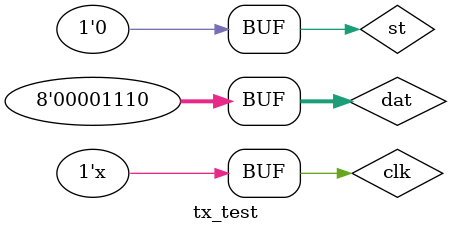
<source format=v>
`timescale 1ns / 1ps


module tx_test;

	// Inputs
	reg clk;
	reg [7:0] dat;
	reg st;

	// Outputs
	wire TXD;
	wire ce_tact;
	wire en_tx_byte;
	wire [3:0] cb_bit;
	wire T_start;
	wire T_dat;
	wire T_stop;
	wire ce_stop;
	wire [7:0] sr_dat;

	// Instantiate the Unit Under Test (UUT)
	UTXD1B uut (
		.clk(clk), 
		.TXD(TXD), 
		.dat(dat), 
		.ce_tact(ce_tact), 
		.st(st), 
		.en_tx_byte(en_tx_byte), 
		.cb_bit(cb_bit), 
		.T_start(T_start), 
		.T_dat(T_dat), 
		.T_stop(T_stop), 
		.ce_stop(ce_stop), 
		.sr_dat(sr_dat)
	);

	initial begin
		// Initialize Inputs
		clk = 0;
		dat = 8'hE;
		st = 0;

		// Wait 100 ns for global reset to finish
		#100;
        
		// Add stimulus here
		
		st = 1;
		#10;
		st = 0;

	end
      
	always begin
		clk <= ! clk;
		#10;
	end
endmodule


</source>
